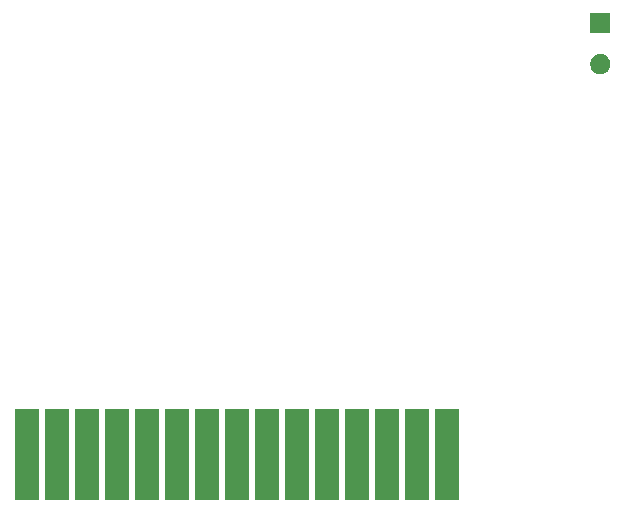
<source format=gbr>
G04 #@! TF.FileFunction,Soldermask,Bot*
%FSLAX46Y46*%
G04 Gerber Fmt 4.6, Leading zero omitted, Abs format (unit mm)*
G04 Created by KiCad (PCBNEW 4.0.7) date Tuesday, March 06, 2018 'PMt' 12:34:16 PM*
%MOMM*%
%LPD*%
G01*
G04 APERTURE LIST*
%ADD10C,0.100000*%
G04 APERTURE END LIST*
D10*
G36*
X79742500Y-138480000D02*
X77737500Y-138480000D01*
X77737500Y-130760000D01*
X79742500Y-130760000D01*
X79742500Y-138480000D01*
X79742500Y-138480000D01*
G37*
G36*
X77202500Y-138480000D02*
X75197500Y-138480000D01*
X75197500Y-130760000D01*
X77202500Y-130760000D01*
X77202500Y-138480000D01*
X77202500Y-138480000D01*
G37*
G36*
X74662500Y-138480000D02*
X72657500Y-138480000D01*
X72657500Y-130760000D01*
X74662500Y-130760000D01*
X74662500Y-138480000D01*
X74662500Y-138480000D01*
G37*
G36*
X72122500Y-138480000D02*
X70117500Y-138480000D01*
X70117500Y-130760000D01*
X72122500Y-130760000D01*
X72122500Y-138480000D01*
X72122500Y-138480000D01*
G37*
G36*
X69582500Y-138480000D02*
X67577500Y-138480000D01*
X67577500Y-130760000D01*
X69582500Y-130760000D01*
X69582500Y-138480000D01*
X69582500Y-138480000D01*
G37*
G36*
X67042500Y-138480000D02*
X65037500Y-138480000D01*
X65037500Y-130760000D01*
X67042500Y-130760000D01*
X67042500Y-138480000D01*
X67042500Y-138480000D01*
G37*
G36*
X64502500Y-138480000D02*
X62497500Y-138480000D01*
X62497500Y-130760000D01*
X64502500Y-130760000D01*
X64502500Y-138480000D01*
X64502500Y-138480000D01*
G37*
G36*
X61962500Y-138480000D02*
X59957500Y-138480000D01*
X59957500Y-130760000D01*
X61962500Y-130760000D01*
X61962500Y-138480000D01*
X61962500Y-138480000D01*
G37*
G36*
X59422500Y-138480000D02*
X57417500Y-138480000D01*
X57417500Y-130760000D01*
X59422500Y-130760000D01*
X59422500Y-138480000D01*
X59422500Y-138480000D01*
G37*
G36*
X56882500Y-138480000D02*
X54877500Y-138480000D01*
X54877500Y-130760000D01*
X56882500Y-130760000D01*
X56882500Y-138480000D01*
X56882500Y-138480000D01*
G37*
G36*
X84822500Y-138480000D02*
X82817500Y-138480000D01*
X82817500Y-130760000D01*
X84822500Y-130760000D01*
X84822500Y-138480000D01*
X84822500Y-138480000D01*
G37*
G36*
X92442500Y-138480000D02*
X90437500Y-138480000D01*
X90437500Y-130760000D01*
X92442500Y-130760000D01*
X92442500Y-138480000D01*
X92442500Y-138480000D01*
G37*
G36*
X89902500Y-138480000D02*
X87897500Y-138480000D01*
X87897500Y-130760000D01*
X89902500Y-130760000D01*
X89902500Y-138480000D01*
X89902500Y-138480000D01*
G37*
G36*
X87362500Y-138480000D02*
X85357500Y-138480000D01*
X85357500Y-130760000D01*
X87362500Y-130760000D01*
X87362500Y-138480000D01*
X87362500Y-138480000D01*
G37*
G36*
X82282500Y-138480000D02*
X80277500Y-138480000D01*
X80277500Y-130760000D01*
X82282500Y-130760000D01*
X82282500Y-138480000D01*
X82282500Y-138480000D01*
G37*
G36*
X104483279Y-100694564D02*
X104646570Y-100728083D01*
X104800236Y-100792678D01*
X104938433Y-100885892D01*
X105055893Y-101004176D01*
X105148140Y-101143018D01*
X105211661Y-101297132D01*
X105243971Y-101460309D01*
X105243971Y-101460319D01*
X105244037Y-101460653D01*
X105241378Y-101651049D01*
X105241302Y-101651383D01*
X105241302Y-101651395D01*
X105204451Y-101813599D01*
X105136649Y-101965883D01*
X105040562Y-102102095D01*
X104919843Y-102217054D01*
X104779102Y-102306370D01*
X104623688Y-102366653D01*
X104459529Y-102395598D01*
X104292872Y-102392107D01*
X104130062Y-102356311D01*
X103977315Y-102289577D01*
X103840429Y-102194439D01*
X103724634Y-102074530D01*
X103634337Y-101934417D01*
X103572972Y-101779428D01*
X103542880Y-101615467D01*
X103545208Y-101448791D01*
X103579864Y-101285744D01*
X103645534Y-101132527D01*
X103739710Y-100994986D01*
X103858810Y-100878354D01*
X103998292Y-100787079D01*
X104152848Y-100724635D01*
X104316586Y-100693400D01*
X104483279Y-100694564D01*
X104483279Y-100694564D01*
G37*
G36*
X105244000Y-98894000D02*
X103544000Y-98894000D01*
X103544000Y-97194000D01*
X105244000Y-97194000D01*
X105244000Y-98894000D01*
X105244000Y-98894000D01*
G37*
M02*

</source>
